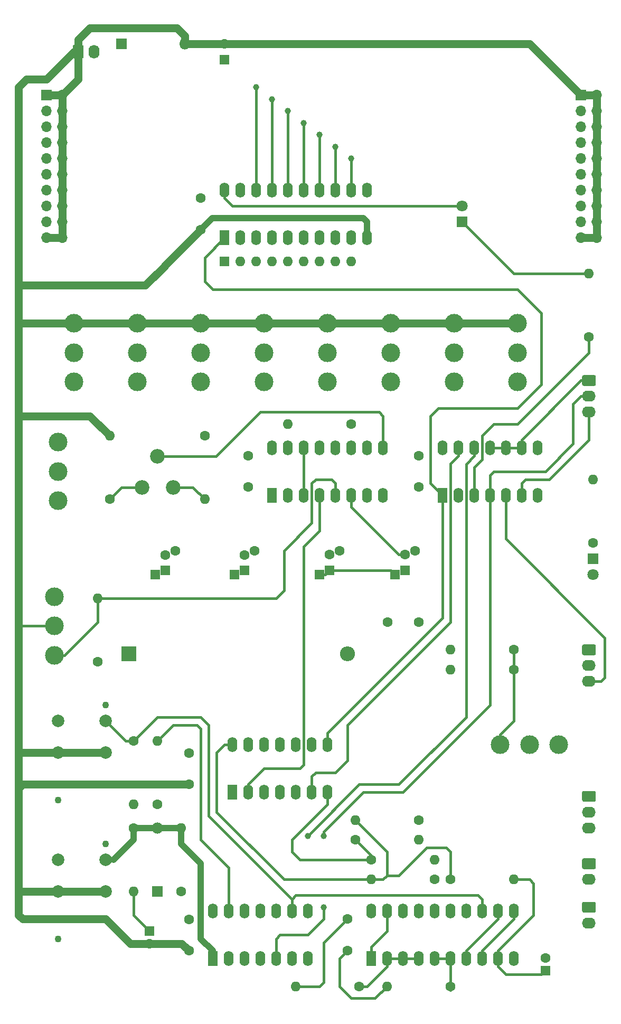
<source format=gbr>
G04 #@! TF.GenerationSoftware,KiCad,Pcbnew,(5.1.7)-1*
G04 #@! TF.CreationDate,2020-12-28T01:09:54+01:00*
G04 #@! TF.ProjectId,EinTaktReset,45696e54-616b-4745-9265-7365742e6b69,rev?*
G04 #@! TF.SameCoordinates,Original*
G04 #@! TF.FileFunction,Copper,L2,Bot*
G04 #@! TF.FilePolarity,Positive*
%FSLAX46Y46*%
G04 Gerber Fmt 4.6, Leading zero omitted, Abs format (unit mm)*
G04 Created by KiCad (PCBNEW (5.1.7)-1) date 2020-12-28 01:09:54*
%MOMM*%
%LPD*%
G01*
G04 APERTURE LIST*
G04 #@! TA.AperFunction,ComponentPad*
%ADD10O,2.400000X2.400000*%
G04 #@! TD*
G04 #@! TA.AperFunction,ComponentPad*
%ADD11R,2.400000X2.400000*%
G04 #@! TD*
G04 #@! TA.AperFunction,ComponentPad*
%ADD12O,1.600000X1.600000*%
G04 #@! TD*
G04 #@! TA.AperFunction,ComponentPad*
%ADD13C,1.600000*%
G04 #@! TD*
G04 #@! TA.AperFunction,ComponentPad*
%ADD14R,1.600000X1.600000*%
G04 #@! TD*
G04 #@! TA.AperFunction,ComponentPad*
%ADD15C,2.000000*%
G04 #@! TD*
G04 #@! TA.AperFunction,ComponentPad*
%ADD16C,1.100000*%
G04 #@! TD*
G04 #@! TA.AperFunction,ComponentPad*
%ADD17C,2.997200*%
G04 #@! TD*
G04 #@! TA.AperFunction,ComponentPad*
%ADD18O,1.600000X2.400000*%
G04 #@! TD*
G04 #@! TA.AperFunction,ComponentPad*
%ADD19R,1.600000X2.400000*%
G04 #@! TD*
G04 #@! TA.AperFunction,ComponentPad*
%ADD20C,2.340000*%
G04 #@! TD*
G04 #@! TA.AperFunction,ComponentPad*
%ADD21O,2.190000X1.740000*%
G04 #@! TD*
G04 #@! TA.AperFunction,ComponentPad*
%ADD22O,1.700000X1.700000*%
G04 #@! TD*
G04 #@! TA.AperFunction,ComponentPad*
%ADD23R,1.700000X1.700000*%
G04 #@! TD*
G04 #@! TA.AperFunction,ComponentPad*
%ADD24O,1.740000X2.190000*%
G04 #@! TD*
G04 #@! TA.AperFunction,ComponentPad*
%ADD25C,1.800000*%
G04 #@! TD*
G04 #@! TA.AperFunction,ComponentPad*
%ADD26R,1.800000X1.800000*%
G04 #@! TD*
G04 #@! TA.AperFunction,ComponentPad*
%ADD27O,1.800000X1.800000*%
G04 #@! TD*
G04 #@! TA.AperFunction,ViaPad*
%ADD28C,1.000000*%
G04 #@! TD*
G04 #@! TA.AperFunction,Conductor*
%ADD29C,0.400000*%
G04 #@! TD*
G04 #@! TA.AperFunction,Conductor*
%ADD30C,1.250000*%
G04 #@! TD*
G04 #@! TA.AperFunction,Conductor*
%ADD31C,1.000000*%
G04 #@! TD*
G04 APERTURE END LIST*
D10*
X93345000Y-125730000D03*
D11*
X58345000Y-125730000D03*
D12*
X97155000Y-161925000D03*
D13*
X107315000Y-161925000D03*
D12*
X107315000Y-158750000D03*
D13*
X97155000Y-158750000D03*
D12*
X93980000Y-62865000D03*
X91440000Y-62865000D03*
X88900000Y-62865000D03*
X86360000Y-62865000D03*
X83820000Y-62865000D03*
X81280000Y-62865000D03*
X78740000Y-62865000D03*
X76200000Y-62865000D03*
D14*
X73660000Y-62865000D03*
D15*
X54610000Y-136525000D03*
X54610000Y-141605000D03*
X46990000Y-136525000D03*
D16*
X46990000Y-149225000D03*
X54610000Y-133985000D03*
D15*
X46990000Y-141605000D03*
X54610000Y-158750000D03*
X54610000Y-163830000D03*
X46990000Y-158750000D03*
D16*
X46990000Y-171450000D03*
X54610000Y-156210000D03*
D15*
X46990000Y-163830000D03*
D17*
X46355000Y-116586000D03*
X46355000Y-121285000D03*
X46355000Y-125984000D03*
D18*
X74930000Y-140335000D03*
X90170000Y-147955000D03*
X77470000Y-140335000D03*
X87630000Y-147955000D03*
X80010000Y-140335000D03*
X85090000Y-147955000D03*
X82550000Y-140335000D03*
X82550000Y-147955000D03*
X85090000Y-140335000D03*
X80010000Y-147955000D03*
X87630000Y-140335000D03*
X77470000Y-147955000D03*
X90170000Y-140335000D03*
D19*
X74930000Y-147955000D03*
D18*
X108585000Y-92710000D03*
X123825000Y-100330000D03*
X111125000Y-92710000D03*
X121285000Y-100330000D03*
X113665000Y-92710000D03*
X118745000Y-100330000D03*
X116205000Y-92710000D03*
X116205000Y-100330000D03*
X118745000Y-92710000D03*
X113665000Y-100330000D03*
X121285000Y-92710000D03*
X111125000Y-100330000D03*
X123825000Y-92710000D03*
D19*
X108585000Y-100330000D03*
D18*
X97155000Y-167005000D03*
X120015000Y-174625000D03*
X99695000Y-167005000D03*
X117475000Y-174625000D03*
X102235000Y-167005000D03*
X114935000Y-174625000D03*
X104775000Y-167005000D03*
X112395000Y-174625000D03*
X107315000Y-167005000D03*
X109855000Y-174625000D03*
X109855000Y-167005000D03*
X107315000Y-174625000D03*
X112395000Y-167005000D03*
X104775000Y-174625000D03*
X114935000Y-167005000D03*
X102235000Y-174625000D03*
X117475000Y-167005000D03*
X99695000Y-174625000D03*
X120015000Y-167005000D03*
D19*
X97155000Y-174625000D03*
D18*
X71755000Y-167005000D03*
X86995000Y-174625000D03*
X74295000Y-167005000D03*
X84455000Y-174625000D03*
X76835000Y-167005000D03*
X81915000Y-174625000D03*
X79375000Y-167005000D03*
X79375000Y-174625000D03*
X81915000Y-167005000D03*
X76835000Y-174625000D03*
X84455000Y-167005000D03*
X74295000Y-174625000D03*
X86995000Y-167005000D03*
D19*
X71755000Y-174625000D03*
D17*
X46990000Y-101219000D03*
X46990000Y-96520000D03*
X46990000Y-91821000D03*
X127254000Y-140335000D03*
X122555000Y-140335000D03*
X117856000Y-140335000D03*
D13*
X125095000Y-174530000D03*
D14*
X125095000Y-176530000D03*
D13*
X61595000Y-172180000D03*
D14*
X61595000Y-170180000D03*
D20*
X65405000Y-99060000D03*
X62905000Y-94060000D03*
X60405000Y-99060000D03*
D17*
X120650000Y-82169000D03*
X120650000Y-77470000D03*
X120650000Y-72771000D03*
X110490000Y-82169000D03*
X110490000Y-77470000D03*
X110490000Y-72771000D03*
X100330000Y-82169000D03*
X100330000Y-77470000D03*
X100330000Y-72771000D03*
X90170000Y-82169000D03*
X90170000Y-77470000D03*
X90170000Y-72771000D03*
X80010000Y-82169000D03*
X80010000Y-77470000D03*
X80010000Y-72771000D03*
X69850000Y-82169000D03*
X69850000Y-77470000D03*
X69850000Y-72771000D03*
X59690000Y-82169000D03*
X59690000Y-77470000D03*
X59690000Y-72771000D03*
X49530000Y-82169000D03*
X49530000Y-77470000D03*
X49530000Y-72771000D03*
D21*
X132080000Y-153670000D03*
X132080000Y-151130000D03*
G04 #@! TA.AperFunction,ComponentPad*
G36*
G01*
X131234999Y-147720000D02*
X132925001Y-147720000D01*
G75*
G02*
X133175000Y-147969999I0J-249999D01*
G01*
X133175000Y-149210001D01*
G75*
G02*
X132925001Y-149460000I-249999J0D01*
G01*
X131234999Y-149460000D01*
G75*
G02*
X130985000Y-149210001I0J249999D01*
G01*
X130985000Y-147969999D01*
G75*
G02*
X131234999Y-147720000I249999J0D01*
G01*
G37*
G04 #@! TD.AperFunction*
X132080000Y-130175000D03*
X132080000Y-127635000D03*
G04 #@! TA.AperFunction,ComponentPad*
G36*
G01*
X131234999Y-124225000D02*
X132925001Y-124225000D01*
G75*
G02*
X133175000Y-124474999I0J-249999D01*
G01*
X133175000Y-125715001D01*
G75*
G02*
X132925001Y-125965000I-249999J0D01*
G01*
X131234999Y-125965000D01*
G75*
G02*
X130985000Y-125715001I0J249999D01*
G01*
X130985000Y-124474999D01*
G75*
G02*
X131234999Y-124225000I249999J0D01*
G01*
G37*
G04 #@! TD.AperFunction*
X132080000Y-86995000D03*
X132080000Y-84455000D03*
G04 #@! TA.AperFunction,ComponentPad*
G36*
G01*
X131234999Y-81045000D02*
X132925001Y-81045000D01*
G75*
G02*
X133175000Y-81294999I0J-249999D01*
G01*
X133175000Y-82535001D01*
G75*
G02*
X132925001Y-82785000I-249999J0D01*
G01*
X131234999Y-82785000D01*
G75*
G02*
X130985000Y-82535001I0J249999D01*
G01*
X130985000Y-81294999D01*
G75*
G02*
X131234999Y-81045000I249999J0D01*
G01*
G37*
G04 #@! TD.AperFunction*
D18*
X81280000Y-92710000D03*
X99060000Y-100330000D03*
X83820000Y-92710000D03*
X96520000Y-100330000D03*
X86360000Y-92710000D03*
X93980000Y-100330000D03*
X88900000Y-92710000D03*
X91440000Y-100330000D03*
X91440000Y-92710000D03*
X88900000Y-100330000D03*
X93980000Y-92710000D03*
X86360000Y-100330000D03*
X96520000Y-92710000D03*
X83820000Y-100330000D03*
X99060000Y-92710000D03*
D19*
X81280000Y-100330000D03*
D18*
X73660000Y-51435000D03*
X96520000Y-59055000D03*
X76200000Y-51435000D03*
X93980000Y-59055000D03*
X78740000Y-51435000D03*
X91440000Y-59055000D03*
X81280000Y-51435000D03*
X88900000Y-59055000D03*
X83820000Y-51435000D03*
X86360000Y-59055000D03*
X86360000Y-51435000D03*
X83820000Y-59055000D03*
X88900000Y-51435000D03*
X81280000Y-59055000D03*
X91440000Y-51435000D03*
X78740000Y-59055000D03*
X93980000Y-51435000D03*
X76200000Y-59055000D03*
X96520000Y-51435000D03*
D19*
X73660000Y-59055000D03*
D12*
X55245000Y-90805000D03*
D13*
X55245000Y-100965000D03*
D12*
X70485000Y-100965000D03*
D13*
X70485000Y-90805000D03*
D12*
X83820000Y-88900000D03*
D13*
X93980000Y-88900000D03*
D12*
X53340000Y-116840000D03*
D13*
X53340000Y-127000000D03*
D12*
X59055000Y-149860000D03*
D13*
X59055000Y-139700000D03*
D12*
X62865000Y-139700000D03*
D13*
X62865000Y-149860000D03*
D12*
X109855000Y-125095000D03*
D13*
X120015000Y-125095000D03*
D12*
X109855000Y-128270000D03*
D13*
X120015000Y-128270000D03*
D12*
X104775000Y-155575000D03*
D13*
X94615000Y-155575000D03*
D12*
X94615000Y-152400000D03*
D13*
X104775000Y-152400000D03*
D12*
X132080000Y-64770000D03*
D13*
X132080000Y-74930000D03*
D12*
X85090000Y-179070000D03*
D13*
X95250000Y-179070000D03*
D12*
X99695000Y-179070000D03*
D13*
X109855000Y-179070000D03*
D12*
X132715000Y-97790000D03*
D13*
X132715000Y-107950000D03*
D12*
X120015000Y-161925000D03*
D13*
X109855000Y-161925000D03*
D12*
X59055000Y-163830000D03*
D13*
X59055000Y-153670000D03*
D12*
X66675000Y-153670000D03*
D13*
X66675000Y-163830000D03*
D22*
X133350000Y-59055000D03*
X130810000Y-59055000D03*
X133350000Y-56515000D03*
X130810000Y-56515000D03*
X133350000Y-53975000D03*
X130810000Y-53975000D03*
X133350000Y-51435000D03*
X130810000Y-51435000D03*
X133350000Y-48895000D03*
X130810000Y-48895000D03*
X133350000Y-46355000D03*
X130810000Y-46355000D03*
X133350000Y-43815000D03*
X130810000Y-43815000D03*
X133350000Y-41275000D03*
X130810000Y-41275000D03*
X133350000Y-38735000D03*
X130810000Y-38735000D03*
X133350000Y-36195000D03*
D23*
X130810000Y-36195000D03*
D22*
X47625000Y-59055000D03*
X45085000Y-59055000D03*
X47625000Y-56515000D03*
X45085000Y-56515000D03*
X47625000Y-53975000D03*
X45085000Y-53975000D03*
X47625000Y-51435000D03*
X45085000Y-51435000D03*
X47625000Y-48895000D03*
X45085000Y-48895000D03*
X47625000Y-46355000D03*
X45085000Y-46355000D03*
X47625000Y-43815000D03*
X45085000Y-43815000D03*
X47625000Y-41275000D03*
X45085000Y-41275000D03*
X47625000Y-38735000D03*
X45085000Y-38735000D03*
X47625000Y-36195000D03*
D23*
X45085000Y-36195000D03*
D21*
X132080000Y-168910000D03*
G04 #@! TA.AperFunction,ComponentPad*
G36*
G01*
X131234999Y-165500000D02*
X132925001Y-165500000D01*
G75*
G02*
X133175000Y-165749999I0J-249999D01*
G01*
X133175000Y-166990001D01*
G75*
G02*
X132925001Y-167240000I-249999J0D01*
G01*
X131234999Y-167240000D01*
G75*
G02*
X130985000Y-166990001I0J249999D01*
G01*
X130985000Y-165749999D01*
G75*
G02*
X131234999Y-165500000I249999J0D01*
G01*
G37*
G04 #@! TD.AperFunction*
X132080000Y-161925000D03*
G04 #@! TA.AperFunction,ComponentPad*
G36*
G01*
X131234999Y-158515000D02*
X132925001Y-158515000D01*
G75*
G02*
X133175000Y-158764999I0J-249999D01*
G01*
X133175000Y-160005001D01*
G75*
G02*
X132925001Y-160255000I-249999J0D01*
G01*
X131234999Y-160255000D01*
G75*
G02*
X130985000Y-160005001I0J249999D01*
G01*
X130985000Y-158764999D01*
G75*
G02*
X131234999Y-158515000I249999J0D01*
G01*
G37*
G04 #@! TD.AperFunction*
D24*
X52705000Y-29210000D03*
G04 #@! TA.AperFunction,ComponentPad*
G36*
G01*
X49295000Y-30055001D02*
X49295000Y-28364999D01*
G75*
G02*
X49544999Y-28115000I249999J0D01*
G01*
X50785001Y-28115000D01*
G75*
G02*
X51035000Y-28364999I0J-249999D01*
G01*
X51035000Y-30055001D01*
G75*
G02*
X50785001Y-30305000I-249999J0D01*
G01*
X49544999Y-30305000D01*
G75*
G02*
X49295000Y-30055001I0J249999D01*
G01*
G37*
G04 #@! TD.AperFunction*
D25*
X132715000Y-113030000D03*
D26*
X132715000Y-110490000D03*
D27*
X67310000Y-27940000D03*
D26*
X57150000Y-27940000D03*
D25*
X111760000Y-53975000D03*
D26*
X111760000Y-56515000D03*
D27*
X62865000Y-153670000D03*
D26*
X62865000Y-163830000D03*
D13*
X92100000Y-109188126D03*
D14*
X88900000Y-113030000D03*
D13*
X90500000Y-109859063D03*
D14*
X90500000Y-112359063D03*
D13*
X104165000Y-109188126D03*
D14*
X100965000Y-113030000D03*
D13*
X102565000Y-109859063D03*
D14*
X102565000Y-112359063D03*
D13*
X77470000Y-98980000D03*
X77470000Y-93980000D03*
X93345000Y-173275000D03*
X93345000Y-168275000D03*
X73660000Y-27980000D03*
D14*
X73660000Y-30480000D03*
D13*
X99775000Y-120650000D03*
X104775000Y-120650000D03*
X69850000Y-57705000D03*
X69850000Y-52705000D03*
X67945000Y-173355000D03*
X67945000Y-168355000D03*
X67945000Y-146685000D03*
X67945000Y-141685000D03*
X104775000Y-98980000D03*
X104775000Y-93980000D03*
X78435000Y-109224063D03*
D14*
X75235000Y-113065937D03*
D13*
X76835000Y-109895000D03*
D14*
X76835000Y-112395000D03*
D13*
X65735000Y-109224063D03*
D14*
X62535000Y-113065937D03*
D13*
X64135000Y-109895000D03*
D14*
X64135000Y-112395000D03*
D28*
X93980000Y-46355000D03*
X91440000Y-44450000D03*
X88900000Y-42545000D03*
X86360000Y-40640000D03*
X83820000Y-38735000D03*
X81280000Y-36830000D03*
X78740000Y-34925000D03*
X86995000Y-154940000D03*
X89535000Y-166370000D03*
X89535000Y-154940000D03*
D29*
X116205000Y-92710000D02*
X121285000Y-92710000D01*
X121285000Y-92710000D02*
X121285000Y-91440000D01*
X130810000Y-81915000D02*
X132080000Y-81915000D01*
X121285000Y-91440000D02*
X130810000Y-81915000D01*
D30*
X50165000Y-33655000D02*
X47625000Y-36195000D01*
X50165000Y-29210000D02*
X50165000Y-33655000D01*
X47625000Y-36195000D02*
X45085000Y-36195000D01*
X47625000Y-36195000D02*
X47625000Y-59055000D01*
X47625000Y-59055000D02*
X45085000Y-59055000D01*
X130810000Y-36195000D02*
X133350000Y-36195000D01*
X133350000Y-36195000D02*
X133350000Y-59055000D01*
X130810000Y-59055000D02*
X133350000Y-59055000D01*
D31*
X50165000Y-29210000D02*
X49530000Y-29210000D01*
D30*
X49530000Y-29210000D02*
X45085000Y-33655000D01*
X45085000Y-33655000D02*
X41910000Y-33655000D01*
X41910000Y-33655000D02*
X40640000Y-34925000D01*
X40640000Y-34925000D02*
X40640000Y-38735000D01*
X40640000Y-38735000D02*
X40640000Y-62230000D01*
D31*
X67350000Y-27980000D02*
X67310000Y-27940000D01*
D30*
X73660000Y-27980000D02*
X67350000Y-27980000D01*
X50165000Y-29210000D02*
X50165000Y-27305000D01*
X50165000Y-27305000D02*
X52070000Y-25400000D01*
X52070000Y-25400000D02*
X66040000Y-25400000D01*
X67310000Y-26670000D02*
X67310000Y-27940000D01*
X66040000Y-25400000D02*
X67310000Y-26670000D01*
D31*
X69850000Y-57705000D02*
X71675000Y-55880000D01*
X71675000Y-55880000D02*
X95885000Y-55880000D01*
X96520000Y-56515000D02*
X96520000Y-59055000D01*
X95885000Y-55880000D02*
X96520000Y-56515000D01*
D30*
X64055000Y-63500000D02*
X69850000Y-57705000D01*
X40640000Y-64770000D02*
X40640000Y-66675000D01*
X40640000Y-62230000D02*
X40640000Y-64770000D01*
X64055000Y-63500000D02*
X64055000Y-63580000D01*
X60960000Y-66675000D02*
X40640000Y-66675000D01*
X64055000Y-63580000D02*
X60960000Y-66675000D01*
X40640000Y-82550000D02*
X40640000Y-86360000D01*
X55245000Y-90805000D02*
X52070000Y-87630000D01*
X52070000Y-87630000D02*
X40640000Y-87630000D01*
X40640000Y-86360000D02*
X40640000Y-87630000D01*
X122595000Y-27980000D02*
X130810000Y-36195000D01*
X73660000Y-27980000D02*
X122595000Y-27980000D01*
X120650000Y-72771000D02*
X49530000Y-72771000D01*
X41021000Y-72771000D02*
X40640000Y-72390000D01*
X49530000Y-72771000D02*
X41021000Y-72771000D01*
X40640000Y-72390000D02*
X40640000Y-82550000D01*
X40640000Y-66675000D02*
X40640000Y-72390000D01*
X40640000Y-87630000D02*
X40640000Y-114300000D01*
X40640000Y-131445000D02*
X40640000Y-137160000D01*
D29*
X92075000Y-174545000D02*
X93345000Y-173275000D01*
X92075000Y-179070000D02*
X92075000Y-174545000D01*
X93980000Y-180975000D02*
X92075000Y-179070000D01*
X97790000Y-180975000D02*
X93980000Y-180975000D01*
X99695000Y-179070000D02*
X97790000Y-180975000D01*
D30*
X54610000Y-163830000D02*
X40640000Y-163830000D01*
X40640000Y-161925000D02*
X40640000Y-163830000D01*
X66770000Y-172180000D02*
X67945000Y-173355000D01*
X61595000Y-172180000D02*
X66770000Y-172180000D01*
X58515000Y-172180000D02*
X61595000Y-172180000D01*
X54610000Y-168275000D02*
X58515000Y-172180000D01*
X41275000Y-168275000D02*
X54610000Y-168275000D01*
X41275000Y-168275000D02*
X40640000Y-167640000D01*
X40640000Y-167640000D02*
X40640000Y-163830000D01*
D29*
X97155000Y-158115000D02*
X97155000Y-158750000D01*
X94615000Y-155575000D02*
X97155000Y-158115000D01*
D30*
X54610000Y-141605000D02*
X40640000Y-141605000D01*
X40640000Y-137160000D02*
X40640000Y-141605000D01*
X41275000Y-146685000D02*
X40640000Y-147320000D01*
X67945000Y-146685000D02*
X41275000Y-146685000D01*
X40640000Y-147320000D02*
X40640000Y-161925000D01*
X40640000Y-141605000D02*
X40640000Y-147320000D01*
D29*
X97155000Y-158750000D02*
X85725000Y-158750000D01*
X85725000Y-158750000D02*
X84455000Y-157480000D01*
X84455000Y-157480000D02*
X84455000Y-155575000D01*
X90170000Y-149860000D02*
X90170000Y-147955000D01*
X84455000Y-155575000D02*
X90170000Y-149860000D01*
D30*
X40640000Y-121920000D02*
X40640000Y-131445000D01*
D29*
X40894000Y-121666000D02*
X40640000Y-121920000D01*
D30*
X40640000Y-114300000D02*
X40640000Y-121920000D01*
D29*
X86360000Y-98425000D02*
X86360000Y-92710000D01*
X86360000Y-100330000D02*
X86360000Y-98425000D01*
X41275000Y-121285000D02*
X40640000Y-121285000D01*
X46355000Y-121285000D02*
X41275000Y-121285000D01*
X73660000Y-51435000D02*
X73660000Y-52705000D01*
X74930000Y-53975000D02*
X111760000Y-53975000D01*
X73660000Y-52705000D02*
X74930000Y-53975000D01*
X109855000Y-161925000D02*
X109855000Y-161290000D01*
X88900000Y-179070000D02*
X85090000Y-179070000D01*
X89535000Y-178435000D02*
X88900000Y-179070000D01*
X89535000Y-172085000D02*
X89535000Y-178435000D01*
X93345000Y-168275000D02*
X89535000Y-172085000D01*
X74930000Y-140335000D02*
X73660000Y-140335000D01*
X73660000Y-140335000D02*
X72390000Y-141605000D01*
X72390000Y-141605000D02*
X72390000Y-151130000D01*
X83185000Y-161925000D02*
X97155000Y-161925000D01*
X72390000Y-151130000D02*
X83185000Y-161925000D01*
X97155000Y-161925000D02*
X99060000Y-161925000D01*
X99060000Y-161925000D02*
X99695000Y-161290000D01*
X99695000Y-157480000D02*
X94615000Y-152400000D01*
X99695000Y-161290000D02*
X99695000Y-157480000D01*
X99695000Y-161290000D02*
X101600000Y-161290000D01*
X101600000Y-161290000D02*
X106045000Y-156845000D01*
X106045000Y-156845000D02*
X109220000Y-156845000D01*
X109855000Y-157480000D02*
X109855000Y-161925000D01*
X109220000Y-156845000D02*
X109855000Y-157480000D01*
X117856000Y-140335000D02*
X117856000Y-138684000D01*
X120015000Y-136525000D02*
X120015000Y-125095000D01*
X117856000Y-138684000D02*
X120015000Y-136525000D01*
X109855000Y-174625000D02*
X107315000Y-174625000D01*
X109855000Y-179705000D02*
X109855000Y-174625000D01*
X117475000Y-174625000D02*
X117475000Y-175895000D01*
X117475000Y-175895000D02*
X118745000Y-177165000D01*
X124460000Y-177165000D02*
X125095000Y-176530000D01*
X118745000Y-177165000D02*
X124460000Y-177165000D01*
X117475000Y-174625000D02*
X117475000Y-173355000D01*
X117475000Y-173355000D02*
X123190000Y-167640000D01*
X123190000Y-167640000D02*
X123190000Y-162560000D01*
X123190000Y-162560000D02*
X122555000Y-161925000D01*
X122555000Y-161925000D02*
X120015000Y-161925000D01*
X97155000Y-174625000D02*
X97155000Y-172720000D01*
X99695000Y-170180000D02*
X99695000Y-167005000D01*
X97155000Y-172720000D02*
X99695000Y-170180000D01*
X104775000Y-174625000D02*
X102235000Y-174625000D01*
X102235000Y-174625000D02*
X99695000Y-174625000D01*
X99695000Y-175895000D02*
X99695000Y-174625000D01*
X96520000Y-179070000D02*
X99695000Y-175895000D01*
X95250000Y-179070000D02*
X96520000Y-179070000D01*
X106680000Y-87630000D02*
X106680000Y-98425000D01*
X107950000Y-86360000D02*
X106680000Y-87630000D01*
X120650000Y-86360000D02*
X107950000Y-86360000D01*
X120650000Y-67310000D02*
X124460000Y-71120000D01*
X71755000Y-67310000D02*
X120650000Y-67310000D01*
X124460000Y-82550000D02*
X120650000Y-86360000D01*
X70485000Y-66040000D02*
X71755000Y-67310000D01*
X124460000Y-71120000D02*
X124460000Y-82550000D01*
X70485000Y-62230000D02*
X70485000Y-66040000D01*
X106680000Y-98425000D02*
X108585000Y-100330000D01*
X73660000Y-59055000D02*
X70485000Y-62230000D01*
X90170000Y-138430000D02*
X90170000Y-140335000D01*
X108585000Y-120015000D02*
X90170000Y-138430000D01*
X108585000Y-100330000D02*
X108585000Y-120015000D01*
X93980000Y-51435000D02*
X93980000Y-46355000D01*
X91440000Y-51435000D02*
X91440000Y-44450000D01*
X88900000Y-51435000D02*
X88900000Y-42545000D01*
X86360000Y-51435000D02*
X86360000Y-40640000D01*
X83820000Y-51435000D02*
X83820000Y-38735000D01*
X81280000Y-51435000D02*
X81280000Y-36830000D01*
X78740000Y-51435000D02*
X78740000Y-34925000D01*
D31*
X69850000Y-171450000D02*
X69850000Y-159385000D01*
X71755000Y-173355000D02*
X69850000Y-171450000D01*
D29*
X71755000Y-174625000D02*
X71755000Y-173355000D01*
D31*
X66675000Y-153670000D02*
X59055000Y-153670000D01*
X59055000Y-153670000D02*
X59055000Y-155575000D01*
D29*
X55880000Y-158750000D02*
X54610000Y-158750000D01*
D31*
X59055000Y-155575000D02*
X55880000Y-158750000D01*
X66675000Y-156210000D02*
X69850000Y-159385000D01*
X66675000Y-153670000D02*
X66675000Y-156210000D01*
D29*
X59055000Y-167640000D02*
X61595000Y-170180000D01*
X59055000Y-163830000D02*
X59055000Y-167640000D01*
X120015000Y-64770000D02*
X111760000Y-56515000D01*
X132080000Y-64770000D02*
X120015000Y-64770000D01*
X116840000Y-88900000D02*
X120650000Y-88900000D01*
X114935000Y-90805000D02*
X116840000Y-88900000D01*
X114935000Y-94615000D02*
X114935000Y-90805000D01*
X113665000Y-95885000D02*
X114935000Y-94615000D01*
X113665000Y-100330000D02*
X113665000Y-95885000D01*
X132080000Y-77470000D02*
X120650000Y-88900000D01*
X132080000Y-74930000D02*
X132080000Y-77470000D01*
X95250000Y-146685000D02*
X86995000Y-154940000D01*
X101600000Y-146685000D02*
X95250000Y-146685000D01*
X112395000Y-135890000D02*
X101600000Y-146685000D01*
X112395000Y-95319990D02*
X112395000Y-135890000D01*
X113665000Y-93980000D02*
X112395000Y-95319990D01*
X113665000Y-92710000D02*
X113665000Y-93980000D01*
X69850000Y-155575000D02*
X69850000Y-137795000D01*
X74295000Y-160020000D02*
X69850000Y-155575000D01*
X74295000Y-167005000D02*
X74295000Y-160020000D01*
X69850000Y-137795000D02*
X69215000Y-137160000D01*
X69215000Y-137160000D02*
X65405000Y-137160000D01*
X65405000Y-137160000D02*
X62865000Y-139700000D01*
X114935000Y-167005000D02*
X114935000Y-165100000D01*
X114935000Y-165100000D02*
X114300000Y-164465000D01*
X84455000Y-165100000D02*
X84455000Y-167005000D01*
X85090000Y-164465000D02*
X84455000Y-165100000D01*
X114300000Y-164465000D02*
X85090000Y-164465000D01*
X69850000Y-135890000D02*
X62865000Y-135890000D01*
X71120000Y-137160000D02*
X69850000Y-135890000D01*
X71120000Y-151765000D02*
X71120000Y-137160000D01*
X84455000Y-165100000D02*
X71120000Y-151765000D01*
X59055000Y-139700000D02*
X62865000Y-135890000D01*
X57785000Y-139700000D02*
X54610000Y-136525000D01*
X59055000Y-139700000D02*
X57785000Y-139700000D01*
X120015000Y-168275000D02*
X120015000Y-167005000D01*
X114935000Y-173355000D02*
X120015000Y-168275000D01*
X114935000Y-174625000D02*
X114935000Y-173355000D01*
X112395000Y-174625000D02*
X112395000Y-173355000D01*
X112395000Y-173355000D02*
X117475000Y-168275000D01*
X117475000Y-168275000D02*
X117475000Y-167005000D01*
X111125000Y-92710000D02*
X111125000Y-93345000D01*
X88265000Y-144780000D02*
X87630000Y-145415000D01*
X91440000Y-144780000D02*
X88265000Y-144780000D01*
X93345000Y-142875000D02*
X91440000Y-144780000D01*
X93345000Y-137160000D02*
X93345000Y-142875000D01*
X109855000Y-120650000D02*
X93345000Y-137160000D01*
X109855000Y-95250000D02*
X109855000Y-120650000D01*
X111125000Y-93980000D02*
X109855000Y-95250000D01*
X87630000Y-145415000D02*
X87630000Y-147955000D01*
X111125000Y-92710000D02*
X111125000Y-93980000D01*
X93980000Y-100330000D02*
X93980000Y-102235000D01*
X101604063Y-109859063D02*
X102565000Y-109859063D01*
X93980000Y-102235000D02*
X101604063Y-109859063D01*
X89829063Y-113030000D02*
X90500000Y-112359063D01*
X88900000Y-113030000D02*
X89829063Y-113030000D01*
X100294063Y-112359063D02*
X100965000Y-113030000D01*
X90500000Y-112359063D02*
X100294063Y-112359063D01*
X53213000Y-116967000D02*
X53340000Y-116840000D01*
X91440000Y-98425000D02*
X91440000Y-100330000D01*
X88265000Y-97790000D02*
X90805000Y-97790000D01*
X87630000Y-104775000D02*
X87630000Y-98425000D01*
X90805000Y-97790000D02*
X91440000Y-98425000D01*
X83185000Y-109220000D02*
X87630000Y-104775000D01*
X87630000Y-98425000D02*
X88265000Y-97790000D01*
X83185000Y-115570000D02*
X83185000Y-109220000D01*
X81915000Y-116840000D02*
X83185000Y-115570000D01*
X53340000Y-116840000D02*
X81915000Y-116840000D01*
X46355000Y-125984000D02*
X48006000Y-125984000D01*
X53340000Y-120650000D02*
X53340000Y-116840000D01*
X48006000Y-125984000D02*
X53340000Y-120650000D01*
X68580000Y-99060000D02*
X70485000Y-100965000D01*
X65405000Y-99060000D02*
X68580000Y-99060000D01*
X57150000Y-99060000D02*
X55245000Y-100965000D01*
X60405000Y-99060000D02*
X57150000Y-99060000D01*
X62905000Y-94060000D02*
X72310000Y-94060000D01*
X72310000Y-94060000D02*
X79375000Y-86995000D01*
X79375000Y-86995000D02*
X98425000Y-86995000D01*
X99060000Y-87630000D02*
X99060000Y-92710000D01*
X98425000Y-86995000D02*
X99060000Y-87630000D01*
X132080000Y-130175000D02*
X133985000Y-130175000D01*
X133985000Y-130175000D02*
X134620000Y-129540000D01*
X134620000Y-123190000D02*
X118745000Y-107315000D01*
X134620000Y-129540000D02*
X134620000Y-123190000D01*
X118745000Y-107315000D02*
X118745000Y-100330000D01*
X132080000Y-86995000D02*
X132080000Y-91440000D01*
X132080000Y-91440000D02*
X125730000Y-97790000D01*
X125730000Y-97790000D02*
X121920000Y-97790000D01*
X121285000Y-98425000D02*
X121285000Y-100330000D01*
X121920000Y-97790000D02*
X121285000Y-98425000D01*
X132080000Y-84455000D02*
X130810000Y-84455000D01*
X130810000Y-84455000D02*
X129540000Y-85725000D01*
X129540000Y-85725000D02*
X129540000Y-92075000D01*
X129540000Y-92075000D02*
X125095000Y-96520000D01*
X125095000Y-96520000D02*
X116840000Y-96520000D01*
X116205000Y-97155000D02*
X116205000Y-100330000D01*
X116840000Y-96520000D02*
X116205000Y-97155000D01*
X81915000Y-171450000D02*
X81915000Y-174625000D01*
X82550000Y-170815000D02*
X81915000Y-171450000D01*
X86995000Y-170815000D02*
X82550000Y-170815000D01*
X89535000Y-168275000D02*
X86995000Y-170815000D01*
X89535000Y-166370000D02*
X89535000Y-168275000D01*
X89535000Y-154305000D02*
X89535000Y-154940000D01*
X95885000Y-147955000D02*
X89535000Y-154305000D01*
X102235000Y-147955000D02*
X95885000Y-147955000D01*
X116205000Y-133985000D02*
X102235000Y-147955000D01*
X116205000Y-100330000D02*
X116205000Y-133985000D01*
X80010000Y-144145000D02*
X77470000Y-146685000D01*
X85725000Y-144145000D02*
X80010000Y-144145000D01*
X86360000Y-143510000D02*
X85725000Y-144145000D01*
X86360000Y-108585000D02*
X86360000Y-143510000D01*
X88900000Y-106045000D02*
X86360000Y-108585000D01*
X77470000Y-146685000D02*
X77470000Y-147955000D01*
X88900000Y-100330000D02*
X88900000Y-106045000D01*
M02*

</source>
